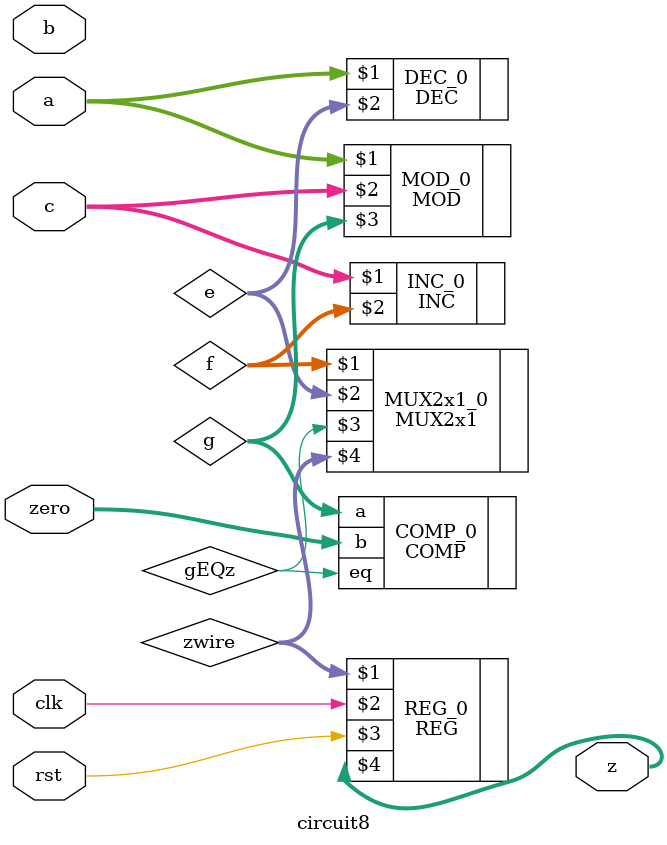
<source format=v>
`timescale 1ns / 1ps


module circuit8(a, b, c, zero, clk, rst, z);

    input [63:0] a, b, c, zero;
    input clk, rst;
    
    output [63:0] z;
    
    wire [63:0] e, f, g, zwire;
    wire  gEQz;
    
    DEC     #(.DATAWIDTH(64))   DEC_0(a, e);
    INC     #(.DATAWIDTH(64))   INC_0(c, f);
    MOD     #(.DATAWIDTH(64))   MOD_0(a, c, g);
    COMP    #(.DATAWIDTH(64))   COMP_0(.a(g), .b(zero), .eq(gEQz));
    MUX2x1  #(.DATAWIDTH(64))   MUX2x1_0(f, e, gEQz, zwire);
    REG     #(.DATAWIDTH(64))   REG_0(zwire, clk, rst, z);


endmodule

</source>
